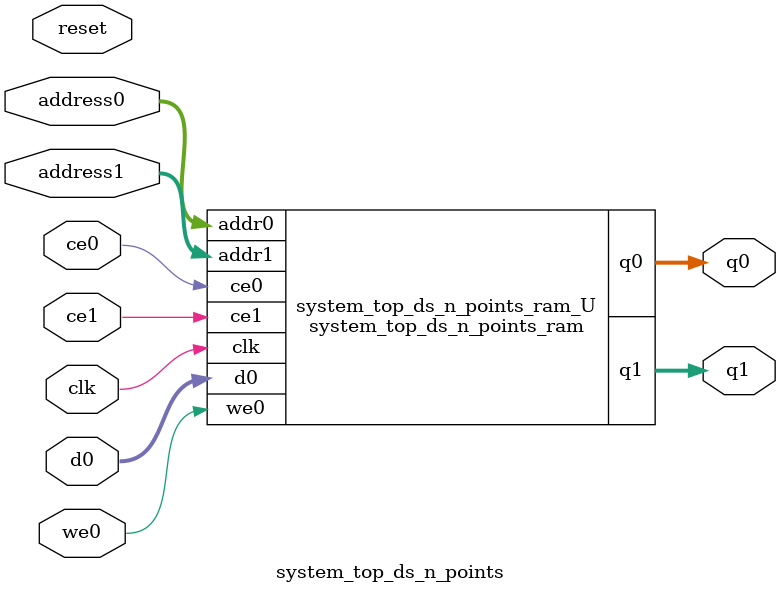
<source format=v>
`timescale 1 ns / 1 ps
module system_top_ds_n_points_ram (addr0, ce0, d0, we0, q0, addr1, ce1, q1,  clk);

parameter DWIDTH = 32;
parameter AWIDTH = 3;
parameter MEM_SIZE = 5;

input[AWIDTH-1:0] addr0;
input ce0;
input[DWIDTH-1:0] d0;
input we0;
output reg[DWIDTH-1:0] q0;
input[AWIDTH-1:0] addr1;
input ce1;
output reg[DWIDTH-1:0] q1;
input clk;

reg [DWIDTH-1:0] ram[0:MEM_SIZE-1];




always @(posedge clk)  
begin 
    if (ce0) begin
        if (we0) 
            ram[addr0] <= d0; 
        q0 <= ram[addr0];
    end
end


always @(posedge clk)  
begin 
    if (ce1) begin
        q1 <= ram[addr1];
    end
end


endmodule

`timescale 1 ns / 1 ps
module system_top_ds_n_points(
    reset,
    clk,
    address0,
    ce0,
    we0,
    d0,
    q0,
    address1,
    ce1,
    q1);

parameter DataWidth = 32'd32;
parameter AddressRange = 32'd5;
parameter AddressWidth = 32'd3;
input reset;
input clk;
input[AddressWidth - 1:0] address0;
input ce0;
input we0;
input[DataWidth - 1:0] d0;
output[DataWidth - 1:0] q0;
input[AddressWidth - 1:0] address1;
input ce1;
output[DataWidth - 1:0] q1;



system_top_ds_n_points_ram system_top_ds_n_points_ram_U(
    .clk( clk ),
    .addr0( address0 ),
    .ce0( ce0 ),
    .we0( we0 ),
    .d0( d0 ),
    .q0( q0 ),
    .addr1( address1 ),
    .ce1( ce1 ),
    .q1( q1 ));

endmodule


</source>
